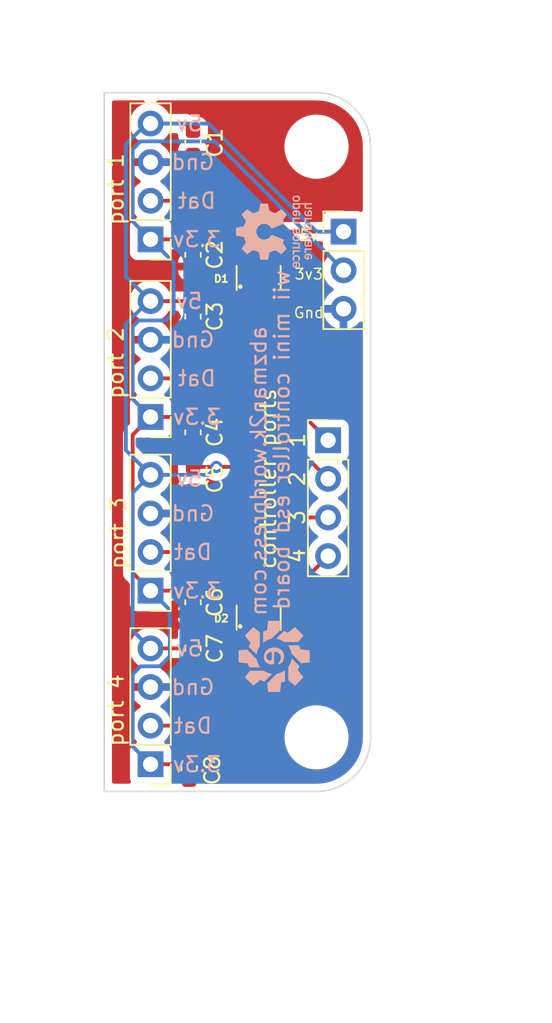
<source format=kicad_pcb>
(kicad_pcb (version 20211014) (generator pcbnew)
  (layers (0 "F.Cu" signal) (31 "B.Cu" signal) (34 "B.Paste" user) (35 "F.Paste" user) (36 "B.SilkS" user "B.Silkscreen") (37 "F.SilkS" user "F.Silkscreen") (38 "B.Mask" user) (39 "F.Mask" user) (44 "Edge.Cuts" user))
  (net 0 "")
  (net 1 "+5V")
  (net 2 "GND")
  (net 3 "+3V3")
  (net 4 "Net-(D1-Pad1)")
  (net 5 "Net-(D1-Pad4)")
  (net 6 "Net-(D2-Pad1)")
  (net 7 "Net-(D2-Pad4)")
  (footprint "Capacitor_SMD:C_0603_1608Metric" (layer "F.Cu") (at 104.902 80.772 -90)
    (fp_text reference "C3" (at 0 -1.43 90) (layer "F.SilkS"))
    (fp_text value "C")
    (pad "1" smd roundrect locked (at -0.775 0 270) (size 0.9 0.95) (layers "F.Cu" "F.Paste" "F.Mask") (net 1 "+5V"))
    (pad "2" smd roundrect locked (at 0.775 0 270) (size 0.9 0.95) (layers "F.Cu" "F.Paste" "F.Mask") (net 2 "GND"))
  )
  (footprint "Connector_PinHeader_2.54mm:PinHeader_1x04_P2.54mm_Vertical" (layer "F.Cu") (at 102.108 87.376 180)
    (fp_text reference "J3" hide)
    (fp_text value "port 2" (at 2.286 3.556 90) (layer "F.SilkS"))
    (pad "1" thru_hole rect locked (at 0 0 180) (size 1.7 1.7) (drill 1) (layers *.Cu *.Mask) (net 3 "+3V3"))
    (pad "2" thru_hole oval locked (at 0 2.54 180) (size 1.7 1.7) (drill 1) (layers *.Cu *.Mask) (net 4 "Net-(D1-Pad1)"))
    (pad "3" thru_hole oval locked (at 0 5.08 180) (size 1.7 1.7) (drill 1) (layers *.Cu *.Mask) (net 2 "GND"))
    (pad "4" thru_hole oval locked (at 0 7.62 180) (size 1.7 1.7) (drill 1) (layers *.Cu *.Mask) (net 1 "+5V"))
  )
  (footprint "Capacitor_SMD:C_0603_1608Metric" (layer "F.Cu") (at 104.902 99.568 -90)
    (fp_text reference "C6" (at 0 -1.43 90) (layer "F.SilkS"))
    (fp_text value "C")
    (pad "1" smd roundrect locked (at -0.775 0 270) (size 0.9 0.95) (layers "F.Cu" "F.Paste" "F.Mask") (net 3 "+3V3"))
    (pad "2" smd roundrect locked (at 0.775 0 270) (size 0.9 0.95) (layers "F.Cu" "F.Paste" "F.Mask") (net 2 "GND"))
  )
  (footprint "MountingHole:MountingHole_3.2mm_M3" (layer "F.Cu") (at 113.03 108.458)
    (fp_text reference "REF**" hide)
    (fp_text value "MountingHole_3.2mm_M3")
    (pad "" np_thru_hole circle locked (at 0 0) (size 3.2 3.2) (drill 3.2) (layers *.Cu *.Mask))
  )
  (footprint "Capacitor_SMD:C_0603_1608Metric" (layer "F.Cu") (at 104.648 110.49 90)
    (fp_text reference "C8" (at -0.14058 1.524 90) (layer "F.SilkS"))
    (fp_text value "C")
    (pad "1" smd roundrect locked (at -0.775 0 90) (size 0.9 0.95) (layers "F.Cu" "F.Paste" "F.Mask") (net 3 "+3V3"))
    (pad "2" smd roundrect locked (at 0.775 0 90) (size 0.9 0.95) (layers "F.Cu" "F.Paste" "F.Mask") (net 2 "GND"))
  )
  (footprint "Connector_PinHeader_2.54mm:PinHeader_1x04_P2.54mm_Vertical" (layer "F.Cu") (at 113.792 88.91)
    (fp_text reference "J6" hide)
    (fp_text value "controller ports" (at -3.937 2.53 90) (layer "F.SilkS"))
    (pad "1" thru_hole rect locked (at 0 0) (size 1.7 1.7) (drill 1) (layers *.Cu *.Mask) (net 5 "Net-(D1-Pad4)"))
    (pad "2" thru_hole oval locked (at 0 2.54) (size 1.7 1.7) (drill 1) (layers *.Cu *.Mask) (net 4 "Net-(D1-Pad1)"))
    (pad "3" thru_hole oval locked (at 0 5.08) (size 1.7 1.7) (drill 1) (layers *.Cu *.Mask) (net 7 "Net-(D2-Pad4)"))
    (pad "4" thru_hole oval locked (at 0 7.62) (size 1.7 1.7) (drill 1) (layers *.Cu *.Mask) (net 6 "Net-(D2-Pad1)"))
  )
  (footprint "MountingHole:MountingHole_3.2mm_M3" (layer "F.Cu") (at 113.03 69.596)
    (fp_text reference "REF**" hide)
    (fp_text value "MountingHole_3.2mm_M3")
    (pad "" np_thru_hole circle locked (at 0 0) (size 3.2 3.2) (drill 3.2) (layers *.Cu *.Mask))
  )
  (footprint "Capacitor_SMD:C_0603_1608Metric" (layer "F.Cu") (at 104.902 102.616 -90)
    (fp_text reference "C7" (at 0 -1.43 90) (layer "F.SilkS"))
    (fp_text value "C")
    (pad "1" smd roundrect locked (at -0.775 0 270) (size 0.9 0.95) (layers "F.Cu" "F.Paste" "F.Mask") (net 1 "+5V"))
    (pad "2" smd roundrect locked (at 0.775 0 270) (size 0.9 0.95) (layers "F.Cu" "F.Paste" "F.Mask") (net 2 "GND"))
  )
  (footprint "Capacitor_SMD:C_0603_1608Metric" (layer "F.Cu") (at 104.902 76.708 -90)
    (fp_text reference "C2" (at 0 -1.43 90) (layer "F.SilkS"))
    (fp_text value "C")
    (pad "1" smd roundrect locked (at -0.775 0 270) (size 0.9 0.95) (layers "F.Cu" "F.Paste" "F.Mask") (net 3 "+3V3"))
    (pad "2" smd roundrect locked (at 0.775 0 270) (size 0.9 0.95) (layers "F.Cu" "F.Paste" "F.Mask") (net 2 "GND"))
  )
  (footprint "Connector_PinHeader_2.54mm:PinHeader_1x04_P2.54mm_Vertical" (layer "F.Cu") (at 102.108 110.226 180)
    (fp_text reference "J1" hide)
    (fp_text value "port 4" (at 2.286 3.546 90) (layer "F.SilkS"))
    (pad "1" thru_hole rect locked (at 0 0 180) (size 1.7 1.7) (drill 1) (layers *.Cu *.Mask) (net 3 "+3V3"))
    (pad "2" thru_hole oval locked (at 0 2.54 180) (size 1.7 1.7) (drill 1) (layers *.Cu *.Mask) (net 6 "Net-(D2-Pad1)"))
    (pad "3" thru_hole oval locked (at 0 5.08 180) (size 1.7 1.7) (drill 1) (layers *.Cu *.Mask) (net 2 "GND"))
    (pad "4" thru_hole oval locked (at 0 7.62 180) (size 1.7 1.7) (drill 1) (layers *.Cu *.Mask) (net 1 "+5V"))
  )
  (footprint "Connector_PinHeader_2.54mm:PinHeader_1x03_P2.54mm_Vertical" (layer "F.Cu") (at 114.808 75.184)
    (fp_text reference "J5" hide)
    (fp_text value "power")
    (pad "1" thru_hole rect locked (at 0 0) (size 1.7 1.7) (drill 1) (layers *.Cu *.Mask) (net 1 "+5V"))
    (pad "2" thru_hole oval locked (at 0 2.54) (size 1.7 1.7) (drill 1) (layers *.Cu *.Mask) (net 3 "+3V3"))
    (pad "3" thru_hole oval locked (at 0 5.08) (size 1.7 1.7) (drill 1) (layers *.Cu *.Mask) (net 2 "GND"))
  )
  (footprint "Connector_PinHeader_2.54mm:PinHeader_1x04_P2.54mm_Vertical" (layer "F.Cu") (at 102.108 98.806 180)
    (fp_text reference "J4" hide)
    (fp_text value "port 3" (at 2.1336 3.7846 90) (layer "F.SilkS"))
    (pad "1" thru_hole rect locked (at 0 0 180) (size 1.7 1.7) (drill 1) (layers *.Cu *.Mask) (net 3 "+3V3"))
    (pad "2" thru_hole oval locked (at 0 2.54 180) (size 1.7 1.7) (drill 1) (layers *.Cu *.Mask) (net 7 "Net-(D2-Pad4)"))
    (pad "3" thru_hole oval locked (at 0 5.08 180) (size 1.7 1.7) (drill 1) (layers *.Cu *.Mask) (net 2 "GND"))
    (pad "4" thru_hole oval locked (at 0 7.62 180) (size 1.7 1.7) (drill 1) (layers *.Cu *.Mask) (net 1 "+5V"))
  )
  (footprint "Connector_PinHeader_2.54mm:PinHeader_1x04_P2.54mm_Vertical" (layer "F.Cu") (at 102.108 75.692 180)
    (fp_text reference "J2" hide)
    (fp_text value "port 1" (at 2.286 3.302 90) (layer "F.SilkS"))
    (pad "1" thru_hole rect locked (at 0 0 180) (size 1.7 1.7) (drill 1) (layers *.Cu *.Mask) (net 3 "+3V3"))
    (pad "2" thru_hole oval locked (at 0 2.54 180) (size 1.7 1.7) (drill 1) (layers *.Cu *.Mask) (net 5 "Net-(D1-Pad4)"))
    (pad "3" thru_hole oval locked (at 0 5.08 180) (size 1.7 1.7) (drill 1) (layers *.Cu *.Mask) (net 2 "GND"))
    (pad "4" thru_hole oval locked (at 0 7.62 180) (size 1.7 1.7) (drill 1) (layers *.Cu *.Mask) (net 1 "+5V"))
  )
  (footprint "Capacitor_SMD:C_0603_1608Metric" (layer "F.Cu") (at 104.902 91.44 -90)
    (fp_text reference "C5" (at 0 -1.43 90) (layer "F.SilkS"))
    (fp_text value "C")
    (pad "1" smd roundrect locked (at -0.775 0 270) (size 0.9 0.95) (layers "F.Cu" "F.Paste" "F.Mask") (net 1 "+5V"))
    (pad "2" smd roundrect locked (at 0.775 0 270) (size 0.9 0.95) (layers "F.Cu" "F.Paste" "F.Mask") (net 2 "GND"))
  )
  (footprint "Evan's misc parts:WE-TVS_SOT23-6L" (layer "F.Cu") (at 109.22 100.584)
    (fp_text reference "D2" (at -2.4568 0.051 180) (layer "F.SilkS") (effects (font (size 0.48 0.48))))
    (fp_text value "WE-TVS_824014")
    (pad "1" smd rect (at -0.95 1.25) (size 0.6 1.1) (layers "F.Cu" "F.Paste" "F.Mask") (net 6 "Net-(D2-Pad1)"))
    (pad "2" smd rect (at 0 1.25) (size 0.6 1.1) (layers "F.Cu" "F.Paste" "F.Mask") (net 2 "GND"))
    (pad "3" smd rect (at 0.95 1.25) (size 0.6 1.1) (layers "F.Cu" "F.Paste" "F.Mask") (net 6 "Net-(D2-Pad1)"))
    (pad "4" smd rect (at 0.95 -1.25) (size 0.6 1.1) (layers "F.Cu" "F.Paste" "F.Mask") (net 7 "Net-(D2-Pad4)"))
    (pad "5" smd rect (at 0 -1.25) (size 0.6 1.1) (layers "F.Cu" "F.Paste" "F.Mask") (net 1 "+5V"))
    (pad "6" smd rect (at -0.95 -1.25) (size 0.6 1.1) (layers "F.Cu" "F.Paste" "F.Mask") (net 7 "Net-(D2-Pad4)"))
  )
  (footprint "Capacitor_SMD:C_0603_1608Metric" (layer "F.Cu") (at 104.902 88.392 -90)
    (fp_text reference "C4" (at 0 -1.43 90) (layer "F.SilkS"))
    (fp_text value "C")
    (pad "1" smd roundrect locked (at -0.775 0 270) (size 0.9 0.95) (layers "F.Cu" "F.Paste" "F.Mask") (net 3 "+3V3"))
    (pad "2" smd roundrect locked (at 0.775 0 270) (size 0.9 0.95) (layers "F.Cu" "F.Paste" "F.Mask") (net 2 "GND"))
  )
  (footprint "Evan's misc parts:WE-TVS_SOT23-6L" (layer "F.Cu") (at 109.22 78.232)
    (fp_text reference "D1" (at -2.4568 0.051 180) (layer "F.SilkS") (effects (font (size 0.48 0.48))))
    (fp_text value "WE-TVS_824014")
    (pad "1" smd rect (at -0.95 1.25) (size 0.6 1.1) (layers "F.Cu" "F.Paste" "F.Mask") (net 4 "Net-(D1-Pad1)"))
    (pad "2" smd rect (at 0 1.25) (size 0.6 1.1) (layers "F.Cu" "F.Paste" "F.Mask") (net 2 "GND"))
    (pad "3" smd rect (at 0.95 1.25) (size 0.6 1.1) (layers "F.Cu" "F.Paste" "F.Mask") (net 4 "Net-(D1-Pad1)"))
    (pad "4" smd rect (at 0.95 -1.25) (size 0.6 1.1) (layers "F.Cu" "F.Paste" "F.Mask") (net 5 "Net-(D1-Pad4)"))
    (pad "5" smd rect (at 0 -1.25) (size 0.6 1.1) (layers "F.Cu" "F.Paste" "F.Mask") (net 1 "+5V"))
    (pad "6" smd rect (at -0.95 -1.25) (size 0.6 1.1) (layers "F.Cu" "F.Paste" "F.Mask") (net 5 "Net-(D1-Pad4)"))
  )
  (footprint "Capacitor_SMD:C_0603_1608Metric" (layer "F.Cu") (at 104.902 69.342 -90)
    (fp_text reference "C1" (at 0 -1.43 90) (layer "F.SilkS"))
    (fp_text value "C")
    (pad "1" smd roundrect locked (at -0.775 0 270) (size 0.9 0.95) (layers "F.Cu" "F.Paste" "F.Mask") (net 1 "+5V"))
    (pad "2" smd roundrect locked (at 0.775 0 270) (size 0.9 0.95) (layers "F.Cu" "F.Paste" "F.Mask") (net 2 "GND"))
  )
  (footprint "Evan's misc parts:OSHW gear" (layer "B.Cu") (at 110.236 75.184 -90)
    (fp_text reference "G***" hide)
    (fp_text value "LOGO" hide)
  )
  (footprint "Evan's misc parts:Evan Logo" (layer "B.Cu") (at 110.236 103.124 -90)
    (fp_text reference "G***" hide)
    (fp_text value "LOGO" hide)
  )
  (gr_line (start 116.586 108.458) (end 116.586 69.596) (layer "Edge.Cuts") (width 0.1))
  (gr_arc (start 113.03 66.04) (mid 115.544472 67.081528) (end 116.586 69.596) (layer "Edge.Cuts") (width 0.1))
  (gr_line (start 99.06 66.04) (end 99.06 111.252) (layer "Edge.Cuts") (width 0.1))
  (gr_line (start 100.33 112.014) (end 99.06 112.014) (layer "Edge.Cuts") (width 0.1))
  (gr_line (start 113.03 112.014) (end 100.33 112.014) (layer "Edge.Cuts") (width 0.1))
  (gr_arc (start 116.586 108.458) (mid 115.544472 110.972472) (end 113.03 112.014) (layer "Edge.Cuts") (width 0.1))
  (gr_line (start 113.03 66.04) (end 100.33 66.04) (layer "Edge.Cuts") (width 0.1))
  (gr_line (start 99.06 112.014) (end 99.06 111.252) (layer "Edge.Cuts") (width 0.1))
  (gr_line (start 100.33 66.04) (end 99.06 66.04) (layer "Edge.Cuts") (width 0.1))
  (gr_text "Dat" (at 104.902 96.266) (layer "B.SilkS") (effects (font (size 1 1)) (justify mirror)))
  (gr_text "Gnd" (at 104.902 82.296) (layer "B.SilkS") (effects (font (size 1 1)) (justify mirror)))
  (gr_text "wii mini controller esd board" (at 110.744 88.9 90) (layer "B.SilkS") (effects (font (size 1 1)) (justify mirror)))
  (gr_text "5v" (at 104.648 79.756) (layer "B.SilkS") (effects (font (size 1 1)) (justify mirror)))
  (gr_text "Gnd" (at 104.902 93.726) (layer "B.SilkS") (effects (font (size 1 1)) (justify mirror)))
  (gr_text "3.3v" (at 105.156 98.806) (layer "B.SilkS") (effects (font (size 1 1)) (justify mirror)))
  (gr_text "Gnd" (at 104.902 70.612) (layer "B.SilkS") (effects (font (size 1 1)) (justify mirror)))
  (gr_text "Dat" (at 105.156 84.836) (layer "B.SilkS") (effects (font (size 1 1)) (justify mirror)))
  (gr_text "abzman2k.wordpress.com" (at 109.22 90.932 90) (layer "B.SilkS") (effects (font (size 1 1)) (justify mirror)))
  (gr_text "5v" (at 104.648 91.44) (layer "B.SilkS") (effects (font (size 1 1)) (justify mirror)))
  (gr_text "Dat" (at 105.156 73.152) (layer "B.SilkS") (effects (font (size 1 1)) (justify mirror)))
  (gr_text "Dat" (at 104.902 107.696) (layer "B.SilkS") (effects (font (size 1 1)) (justify mirror)))
  (gr_text "5v" (at 104.648 68.072) (layer "B.SilkS") (effects (font (size 1 1)) (justify mirror)))
  (gr_text "3.3v" (at 105.156 87.376) (layer "B.SilkS") (effects (font (size 1 1)) (justify mirror)))
  (gr_text "3.3v" (at 105.156 110.236) (layer "B.SilkS") (effects (font (size 1 1)) (justify mirror)))
  (gr_text "Gnd" (at 104.902 105.156) (layer "B.SilkS") (effects (font (size 1 1)) (justify mirror)))
  (gr_text "3.3v" (at 105.156 75.692) (layer "B.SilkS") (effects (font (size 1 1)) (justify mirror)))
  (gr_text "5v" (at 104.648 102.616) (layer "B.SilkS") (effects (font (size 1 1)) (justify mirror)))
  (gr_text "3" (at 111.76 93.98 90) (layer "F.SilkS") (effects (font (size 1 1))))
  (gr_text "Gnd" (at 112.522 80.518) (layer "F.SilkS") (effects (font (size 0.7 0.7) (thickness 0.1))))
  (gr_text "4" (at 111.76 96.52 90) (layer "F.SilkS") (effects (font (size 1 1))))
  (gr_text "3v3" (at 112.522 77.978) (layer "F.SilkS") (effects (font (size 0.7 0.7) (thickness 0.1))))
  (gr_text "2" (at 111.76 91.44 90) (layer "F.SilkS") (effects (font (size 1 1))))
  (gr_text "5v" (at 112.522 75.438) (layer "F.SilkS") (effects (font (size 0.7 0.7) (thickness 0.1))))
  (gr_text "1" (at 111.76 88.91 90) (layer "F.SilkS") (effects (font (size 1 1))))
  (segment (start 102.108 68.072) (end 104.407 68.072) (width 0.25) (layer "F.Cu") (net 1))
  (segment (start 109.22 76.182) (end 110.218 75.184) (width 0.25) (layer "F.Cu") (net 1))
  (segment (start 107.937 90.665) (end 106.439 90.665) (width 0.25) (layer "F.Cu") (net 1))
  (segment (start 104.407 68.072) (end 104.902 68.567) (width 0.25) (layer "F.Cu") (net 1))
  (segment (start 109.22 76.982) (end 109.22 76.182) (width 0.25) (layer "F.Cu") (net 1))
  (segment (start 104.137 102.606) (end 104.902 101.841) (width 0.25) (layer "F.Cu") (net 1))
  (segment (start 109.22 91.948) (end 107.937 90.665) (width 0.25) (layer "F.Cu") (net 1))
  (segment (start 102.108 79.756) (end 104.661 79.756) (width 0.25) (layer "F.Cu") (net 1))
  (segment (start 109.22 99.334) (end 109.22 91.948) (width 0.25) (layer "F.Cu") (net 1))
  (segment (start 102.108 102.606) (end 104.137 102.606) (width 0.25) (layer "F.Cu") (net 1))
  (segment (start 110.218 75.184) (end 114.808 75.184) (width 0.25) (layer "F.Cu") (net 1))
  (segment (start 104.661 79.756) (end 104.902 79.997) (width 0.25) (layer "F.Cu") (net 1))
  (segment (start 106.439 90.665) (end 104.902 90.665) (width 0.25) (layer "F.Cu") (net 1))
  (via (at 106.439 90.665) (size 0.8) (drill 0.4) (layers "F.Cu" "B.Cu") (net 1))
  (segment (start 113.03 75.184) (end 105.918 68.072) (width 0.25) (layer "B.Cu") (net 1))
  (segment (start 100.933489 92.360511) (end 102.108 91.186) (width 0.25) (layer "B.Cu") (net 1))
  (segment (start 102.108 91.186) (end 100.483969 89.561969) (width 0.25) (layer "B.Cu") (net 1))
  (segment (start 114.808 75.184) (end 113.03 75.184) (width 0.25) (layer "B.Cu") (net 1))
  (segment (start 100.483969 89.561969) (end 100.483969 81.252313) (width 0.25) (layer "B.Cu") (net 1))
  (segment (start 102.108 91.186) (end 105.918 91.186) (width 0.25) (layer "B.Cu") (net 1))
  (segment (start 102.108 102.606) (end 100.933489 101.431489) (width 0.25) (layer "B.Cu") (net 1))
  (segment (start 100.483969 81.252313) (end 101.980282 79.756) (width 0.25) (layer "B.Cu") (net 1))
  (segment (start 101.980282 79.756) (end 102.108 79.756) (width 0.25) (layer "B.Cu") (net 1))
  (segment (start 102.108 79.756) (end 100.483969 78.131969) (width 0.25) (layer "B.Cu") (net 1))
  (segment (start 101.854 68.072) (end 102.108 68.072) (width 0.25) (layer "B.Cu") (net 1))
  (segment (start 100.483969 69.442031) (end 101.854 68.072) (width 0.25) (layer "B.Cu") (net 1))
  (segment (start 100.483969 78.131969) (end 100.483969 69.442031) (width 0.25) (layer "B.Cu") (net 1))
  (segment (start 100.933489 101.431489) (end 100.933489 92.360511) (width 0.25) (layer "B.Cu") (net 1))
  (segment (start 105.918 91.186) (end 106.439 90.665) (width 0.25) (layer "B.Cu") (net 1))
  (segment (start 105.918 68.072) (end 102.108 68.072) (width 0.25) (layer "B.Cu") (net 1))
  (segment (start 102.108 98.806) (end 104.889 98.806) (width 0.25) (layer "F.Cu") (net 3))
  (segment (start 104.661 75.692) (end 104.902 75.933) (width 0.25) (layer "F.Cu") (net 3))
  (segment (start 104.889 98.806) (end 104.902 98.793) (width 0.25) (layer "F.Cu") (net 3))
  (segment (start 102.108 75.692) (end 104.661 75.692) (width 0.25) (layer "F.Cu") (net 3))
  (segment (start 102.108 98.806) (end 100.933489 97.631489) (width 0.25) (layer "F.Cu") (net 3))
  (segment (start 100.933489 97.631489) (end 100.933489 88.550511) (width 0.25) (layer "F.Cu") (net 3))
  (segment (start 102.108 110.226) (end 103.609 110.226) (width 0.25) (layer "F.Cu") (net 3))
  (segment (start 102.108 87.376) (end 104.661 87.376) (width 0.25) (layer "F.Cu") (net 3))
  (segment (start 104.661 87.376) (end 104.902 87.617) (width 0.25) (layer "F.Cu") (net 3))
  (segment (start 103.609 110.226) (end 104.648 111.265) (width 0.25) (layer "F.Cu") (net 3))
  (segment (start 100.933489 88.550511) (end 102.108 87.376) (width 0.25) (layer "F.Cu") (net 3))
  (segment (start 102.721489 103.780511) (end 103.378 103.124) (width 0.25) (layer "B.Cu") (net 3))
  (segment (start 114.808 77.724) (end 106.330511 69.246511) (width 0.25) (layer "B.Cu") (net 3))
  (segment (start 103.378 103.124) (end 103.378 100.076) (width 0.25) (layer "B.Cu") (net 3))
  (segment (start 100.933489 69.754511) (end 100.933489 74.517489) (width 0.25) (layer "B.Cu") (net 3))
  (segment (start 103.378 100.076) (end 102.108 98.806) (width 0.25) (layer "B.Cu") (net 3))
  (segment (start 101.346 81.026) (end 103.124 81.026) (width 0.25) (layer "B.Cu") (net 3))
  (segment (start 102.108 110.226) (end 100.933489 109.051489) (width 0.25) (layer "B.Cu") (net 3))
  (segment (start 100.933489 81.438511) (end 101.346 81.026) (width 0.25) (layer "B.Cu") (net 3))
  (segment (start 100.933489 74.517489) (end 102.108 75.692) (width 0.25) (layer "B.Cu") (net 3))
  (segment (start 100.933489 104.298511) (end 101.451489 103.780511) (width 0.25) (layer "B.Cu") (net 3))
  (segment (start 106.330511 69.246511) (end 101.441489 69.246511) (width 0.25) (layer "B.Cu") (net 3))
  (segment (start 103.124 81.026) (end 103.632 80.518) (width 0.25) (layer "B.Cu") (net 3))
  (segment (start 103.632 77.216) (end 102.108 75.692) (width 0.25) (layer "B.Cu") (net 3))
  (segment (start 101.441489 69.246511) (end 100.933489 69.754511) (width 0.25) (layer "B.Cu") (net 3))
  (segment (start 100.933489 109.051489) (end 100.933489 104.298511) (width 0.25) (layer "B.Cu") (net 3))
  (segment (start 103.632 80.518) (end 103.632 77.216) (width 0.25) (layer "B.Cu") (net 3))
  (segment (start 101.451489 103.780511) (end 102.721489 103.780511) (width 0.25) (layer "B.Cu") (net 3))
  (segment (start 100.933489 86.201489) (end 100.933489 81.438511) (width 0.25) (layer "B.Cu") (net 3))
  (segment (start 102.108 87.376) (end 100.933489 86.201489) (width 0.25) (layer "B.Cu") (net 3))
  (segment (start 110.17 78.932978) (end 110.17 79.482) (width 0.25) (layer "F.Cu") (net 4))
  (segment (start 113.792 91.45) (end 110.17 87.828) (width 0.25) (layer "F.Cu") (net 4))
  (segment (start 108.27 78.932978) (end 108.595489 78.607489) (width 0.25) (layer "F.Cu") (net 4))
  (segment (start 108.595489 78.607489) (end 109.844511 78.607489) (width 0.25) (layer "F.Cu") (net 4))
  (segment (start 108.27 81.468) (end 108.27 79.482) (width 0.25) (layer "F.Cu") (net 4))
  (segment (start 108.27 79.482) (end 108.27 78.932978) (width 0.25) (layer "F.Cu") (net 4))
  (segment (start 102.108 84.836) (end 104.902 84.836) (width 0.25) (layer "F.Cu") (net 4))
  (segment (start 110.17 87.828) (end 110.17 79.482) (width 0.25) (layer "F.Cu") (net 4))
  (segment (start 109.844511 78.607489) (end 110.17 78.932978) (width 0.25) (layer "F.Cu") (net 4))
  (segment (start 104.902 84.836) (end 108.27 81.468) (width 0.25) (layer "F.Cu") (net 4))
  (segment (start 111.018 76.982) (end 110.17 76.982) (width 0.25) (layer "F.Cu") (net 5))
  (segment (start 110.17 77.531022) (end 110.17 76.982) (width 0.25) (layer "F.Cu") (net 5))
  (segment (start 104.44 73.152) (end 102.108 73.152) (width 0.25) (layer "F.Cu") (net 5))
  (segment (start 111.76 86.878) (end 111.76 77.724) (width 0.25) (layer "F.Cu") (net 5))
  (segment (start 108.27 77.398511) (end 108.27 76.982) (width 0.25) (layer "F.Cu") (net 5))
  (segment (start 109.844511 77.856511) (end 110.17 77.531022) (width 0.25) (layer "F.Cu") (net 5))
  (segment (start 109.087489 77.856511) (end 109.844511 77.856511) (width 0.25) (layer "F.Cu") (net 5))
  (segment (start 113.792 88.91) (end 111.76 86.878) (width 0.25) (layer "F.Cu") (net 5))
  (segment (start 109.087489 77.856511) (end 108.728 77.856511) (width 0.25) (layer "F.Cu") (net 5))
  (segment (start 111.76 77.724) (end 111.018 76.982) (width 0.25) (layer "F.Cu") (net 5))
  (segment (start 108.728 77.856511) (end 108.27 77.398511) (width 0.25) (layer "F.Cu") (net 5))
  (segment (start 108.27 76.982) (end 104.44 73.152) (width 0.25) (layer "F.Cu") (net 5))
  (segment (start 112.014 98.308) (end 112.014 99.99) (width 0.25) (layer "F.Cu") (net 6))
  (segment (start 108.27 101.834) (end 108.27 101.284978) (width 0.25) (layer "F.Cu") (net 6))
  (segment (start 109.844511 100.959489) (end 110.17 101.284978) (width 0.25) (layer "F.Cu") (net 6))
  (segment (start 108.595489 100.959489) (end 109.844511 100.959489) (width 0.25) (layer "F.Cu") (net 6))
  (segment (start 113.792 96.53) (end 112.014 98.308) (width 0.25) (layer "F.Cu") (net 6))
  (segment (start 108.27 101.284978) (end 108.595489 100.959489) (width 0.25) (layer "F.Cu") (net 6))
  (segment (start 112.014 99.99) (end 110.17 101.834) (width 0.25) (layer "F.Cu") (net 6))
  (segment (start 110.17 101.284978) (end 110.17 101.834) (width 0.25) (layer "F.Cu") (net 6))
  (segment (start 102.108 107.686) (end 106.182 107.686) (width 0.25) (layer "F.Cu") (net 6))
  (segment (start 106.182 107.686) (end 108.27 105.598) (width 0.25) (layer "F.Cu") (net 6))
  (segment (start 108.27 105.598) (end 108.27 101.834) (width 0.25) (layer "F.Cu") (net 6))
  (segment (start 108.27 99.334) (end 108.27 99.883022) (width 0.25) (layer "F.Cu") (net 7))
  (segment (start 109.844511 100.208511) (end 110.17 99.883022) (width 0.25) (layer "F.Cu") (net 7))
  (segment (start 110.17 96.332) (end 112.512 93.99) (width 0.25) (layer "F.Cu") (net 7))
  (segment (start 108.595489 100.208511) (end 109.844511 100.208511) (width 0.25) (layer "F.Cu") (net 7))
  (segment (start 106.426 96.266) (end 102.108 96.266) (width 0.25) (layer "F.Cu") (net 7))
  (segment (start 110.17 99.883022) (end 110.17 99.334) (width 0.25) (layer "F.Cu") (net 7))
  (segment (start 108.27 99.883022) (end 108.595489 100.208511) (width 0.25) (layer "F.Cu") (net 7))
  (segment (start 108.27 99.334) (end 108.27 98.11) (width 0.25) (layer "F.Cu") (net 7))
  (segment (start 110.17 99.334) (end 110.17 96.332) (width 0.25) (layer "F.Cu") (net 7))
  (segment (start 108.27 98.11) (end 106.426 96.266) (width 0.25) (layer "F.Cu") (net 7))
  (segment (start 112.512 93.99) (end 113.792 93.99) (width 0.25) (layer "F.Cu") (net 7))
  (zone (net 2) (net_name "GND") (layers F&B.Cu) (connect_pads (clearance 0.508)) (min_thickness 0.254) (fill yes (thermal_gap 0.508) (thermal_bridge_width 0.508))
    (polygon (pts (xy 128.524 61.214) (xy 124.46 127.254) (xy 92.456 122.428) (xy 92.202 59.944)))
  )
)
</source>
